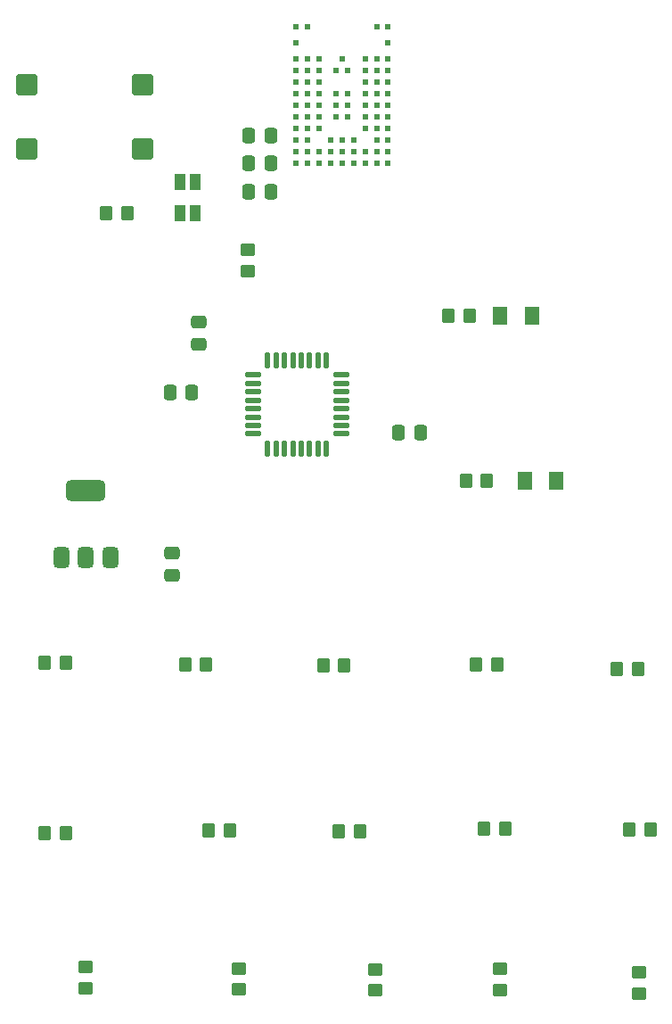
<source format=gbr>
%TF.GenerationSoftware,KiCad,Pcbnew,9.0.4*%
%TF.CreationDate,2025-10-22T08:41:29-05:00*%
%TF.ProjectId,RemoteControl,52656d6f-7465-4436-9f6e-74726f6c2e6b,rev?*%
%TF.SameCoordinates,Original*%
%TF.FileFunction,Paste,Top*%
%TF.FilePolarity,Positive*%
%FSLAX46Y46*%
G04 Gerber Fmt 4.6, Leading zero omitted, Abs format (unit mm)*
G04 Created by KiCad (PCBNEW 9.0.4) date 2025-10-22 08:41:29*
%MOMM*%
%LPD*%
G01*
G04 APERTURE LIST*
G04 Aperture macros list*
%AMRoundRect*
0 Rectangle with rounded corners*
0 $1 Rounding radius*
0 $2 $3 $4 $5 $6 $7 $8 $9 X,Y pos of 4 corners*
0 Add a 4 corners polygon primitive as box body*
4,1,4,$2,$3,$4,$5,$6,$7,$8,$9,$2,$3,0*
0 Add four circle primitives for the rounded corners*
1,1,$1+$1,$2,$3*
1,1,$1+$1,$4,$5*
1,1,$1+$1,$6,$7*
1,1,$1+$1,$8,$9*
0 Add four rect primitives between the rounded corners*
20,1,$1+$1,$2,$3,$4,$5,0*
20,1,$1+$1,$4,$5,$6,$7,0*
20,1,$1+$1,$6,$7,$8,$9,0*
20,1,$1+$1,$8,$9,$2,$3,0*%
G04 Aperture macros list end*
%ADD10RoundRect,0.250000X0.450000X-0.350000X0.450000X0.350000X-0.450000X0.350000X-0.450000X-0.350000X0*%
%ADD11RoundRect,0.250000X-0.350000X-0.450000X0.350000X-0.450000X0.350000X0.450000X-0.350000X0.450000X0*%
%ADD12RoundRect,0.250000X0.337500X0.475000X-0.337500X0.475000X-0.337500X-0.475000X0.337500X-0.475000X0*%
%ADD13RoundRect,0.125000X-0.625000X-0.125000X0.625000X-0.125000X0.625000X0.125000X-0.625000X0.125000X0*%
%ADD14RoundRect,0.125000X-0.125000X-0.625000X0.125000X-0.625000X0.125000X0.625000X-0.125000X0.625000X0*%
%ADD15R,1.100000X1.500000*%
%ADD16RoundRect,0.250000X0.350000X0.450000X-0.350000X0.450000X-0.350000X-0.450000X0.350000X-0.450000X0*%
%ADD17RoundRect,0.250001X0.462499X0.624999X-0.462499X0.624999X-0.462499X-0.624999X0.462499X-0.624999X0*%
%ADD18R,0.600000X0.600000*%
%ADD19RoundRect,0.250000X-0.450000X0.350000X-0.450000X-0.350000X0.450000X-0.350000X0.450000X0.350000X0*%
%ADD20RoundRect,0.250000X0.750000X0.750000X-0.750000X0.750000X-0.750000X-0.750000X0.750000X-0.750000X0*%
%ADD21RoundRect,0.375000X0.375000X-0.625000X0.375000X0.625000X-0.375000X0.625000X-0.375000X-0.625000X0*%
%ADD22RoundRect,0.500000X1.400000X-0.500000X1.400000X0.500000X-1.400000X0.500000X-1.400000X-0.500000X0*%
%ADD23RoundRect,0.250000X-0.475000X0.337500X-0.475000X-0.337500X0.475000X-0.337500X0.475000X0.337500X0*%
%ADD24RoundRect,0.250000X0.475000X-0.337500X0.475000X0.337500X-0.475000X0.337500X-0.475000X-0.337500X0*%
%ADD25RoundRect,0.250000X-0.337500X-0.475000X0.337500X-0.475000X0.337500X0.475000X-0.337500X0.475000X0*%
G04 APERTURE END LIST*
D10*
%TO.C,R4*%
X156660000Y-141070000D03*
X156660000Y-139070000D03*
%TD*%
%TO.C,R3*%
X118670000Y-140710000D03*
X118670000Y-138710000D03*
%TD*%
D11*
%TO.C,R19*%
X100235000Y-125857000D03*
X102235000Y-125857000D03*
%TD*%
D12*
%TO.C,C5*%
X121687500Y-59690000D03*
X119612500Y-59690000D03*
%TD*%
D13*
%TO.C,U1*%
X120021600Y-82372400D03*
X120021600Y-83172400D03*
X120021600Y-83972400D03*
X120021600Y-84772400D03*
X120021600Y-85572400D03*
X120021600Y-86372400D03*
X120021600Y-87172400D03*
X120021600Y-87972400D03*
D14*
X121396600Y-89347400D03*
X122196600Y-89347400D03*
X122996600Y-89347400D03*
X123796600Y-89347400D03*
X124596600Y-89347400D03*
X125396600Y-89347400D03*
X126196600Y-89347400D03*
X126996600Y-89347400D03*
D13*
X128371600Y-87972400D03*
X128371600Y-87172400D03*
X128371600Y-86372400D03*
X128371600Y-85572400D03*
X128371600Y-84772400D03*
X128371600Y-83972400D03*
X128371600Y-83172400D03*
X128371600Y-82372400D03*
D14*
X126996600Y-80997400D03*
X126196600Y-80997400D03*
X125396600Y-80997400D03*
X124596600Y-80997400D03*
X123796600Y-80997400D03*
X122996600Y-80997400D03*
X122196600Y-80997400D03*
X121396600Y-80997400D03*
%TD*%
D11*
%TO.C,R1*%
X138594700Y-76724600D03*
X140594700Y-76724600D03*
%TD*%
D10*
%TO.C,R2*%
X104130000Y-140590000D03*
X104130000Y-138590000D03*
%TD*%
D11*
%TO.C,R18*%
X100219000Y-109728000D03*
X102219000Y-109728000D03*
%TD*%
D15*
%TO.C,D4*%
X113042000Y-67032000D03*
X113042000Y-64032000D03*
X114542000Y-64032000D03*
X114542000Y-67032000D03*
%TD*%
D11*
%TO.C,R16*%
X113550000Y-109900000D03*
X115550000Y-109900000D03*
%TD*%
D12*
%TO.C,C7*%
X114202000Y-84074000D03*
X112127000Y-84074000D03*
%TD*%
D11*
%TO.C,R15*%
X154600000Y-110250000D03*
X156600000Y-110250000D03*
%TD*%
D16*
%TO.C,R11*%
X130159000Y-125704600D03*
X128159000Y-125704600D03*
%TD*%
D17*
%TO.C,D2*%
X148807500Y-92456000D03*
X145832500Y-92456000D03*
%TD*%
D12*
%TO.C,C4*%
X121687500Y-62320000D03*
X119612500Y-62320000D03*
%TD*%
D11*
%TO.C,R7*%
X106061000Y-67005200D03*
X108061000Y-67005200D03*
%TD*%
D18*
%TO.C,U3*%
X132850000Y-62267000D03*
X131750000Y-62267000D03*
X130650000Y-62267000D03*
X129550000Y-62267000D03*
X128450000Y-62267000D03*
X127350000Y-62267000D03*
X126250000Y-62267000D03*
X125150000Y-62267000D03*
X124050000Y-62267000D03*
X132850000Y-61167000D03*
X131750000Y-61167000D03*
X130650000Y-61167000D03*
X129550000Y-61167000D03*
X128450000Y-61167000D03*
X127350000Y-61167000D03*
X126250000Y-61167000D03*
X125150000Y-61167000D03*
X124050000Y-61167000D03*
X132850000Y-60067000D03*
X131750000Y-60067000D03*
X129550000Y-60067000D03*
X128450000Y-60067000D03*
X127350000Y-60067000D03*
X125150000Y-60067000D03*
X124050000Y-60067000D03*
X132850000Y-58967000D03*
X131750000Y-58967000D03*
X130650000Y-58967000D03*
X126250000Y-58967000D03*
X125150000Y-58967000D03*
X124050000Y-58967000D03*
X132850000Y-57867000D03*
X131750000Y-57867000D03*
X130650000Y-57867000D03*
X129000000Y-57867000D03*
X127900000Y-57867000D03*
X126250000Y-57867000D03*
X125150000Y-57867000D03*
X124050000Y-57867000D03*
X132850000Y-56767000D03*
X131750000Y-56767000D03*
X130650000Y-56767000D03*
X129000000Y-56767000D03*
X127900000Y-56767000D03*
X126250000Y-56767000D03*
X125150000Y-56767000D03*
X124050000Y-56767000D03*
X132850000Y-55667000D03*
X131750000Y-55667000D03*
X130650000Y-55667000D03*
X129000000Y-55667000D03*
X127900000Y-55667000D03*
X126250000Y-55667000D03*
X125150000Y-55667000D03*
X124050000Y-55667000D03*
X132850000Y-54567000D03*
X131750000Y-54567000D03*
X130650000Y-54567000D03*
X126250000Y-54567000D03*
X125150000Y-54567000D03*
X124050000Y-54567000D03*
X132850000Y-53467000D03*
X131750000Y-53467000D03*
X130650000Y-53467000D03*
X129000000Y-53467000D03*
X127900000Y-53467000D03*
X126250000Y-53467000D03*
X125150000Y-53467000D03*
X124050000Y-53467000D03*
X132850000Y-52367000D03*
X131750000Y-52367000D03*
X130650000Y-52367000D03*
X128450000Y-52367000D03*
X126250000Y-52367000D03*
X125150000Y-52367000D03*
X124050000Y-52367000D03*
X132850000Y-50867000D03*
X124050000Y-50867000D03*
X132850000Y-49367000D03*
X131750000Y-49367000D03*
X125150000Y-49367000D03*
X124050000Y-49367000D03*
%TD*%
D11*
%TO.C,R17*%
X115800000Y-125600000D03*
X117800000Y-125600000D03*
%TD*%
%TO.C,R8*%
X140224000Y-92456000D03*
X142224000Y-92456000D03*
%TD*%
D19*
%TO.C,R9*%
X119510000Y-70490000D03*
X119510000Y-72490000D03*
%TD*%
D20*
%TO.C,J1*%
X109500000Y-60960000D03*
X109500000Y-54810000D03*
X98500000Y-54810000D03*
X98500000Y-60960000D03*
%TD*%
D21*
%TO.C,U2*%
X101840000Y-99670000D03*
X104140000Y-99670000D03*
D22*
X104140000Y-93370000D03*
D21*
X106440000Y-99670000D03*
%TD*%
D11*
%TO.C,R10*%
X126700000Y-109950000D03*
X128700000Y-109950000D03*
%TD*%
D10*
%TO.C,R5*%
X143510000Y-140740000D03*
X143510000Y-138740000D03*
%TD*%
D16*
%TO.C,R14*%
X157750000Y-125500000D03*
X155750000Y-125500000D03*
%TD*%
D12*
%TO.C,C3*%
X121687500Y-64950000D03*
X119612500Y-64950000D03*
%TD*%
D17*
%TO.C,D1*%
X146487500Y-76750000D03*
X143512500Y-76750000D03*
%TD*%
D11*
%TO.C,R12*%
X141200000Y-109900000D03*
X143200000Y-109900000D03*
%TD*%
D23*
%TO.C,C2*%
X112350000Y-99312500D03*
X112350000Y-101387500D03*
%TD*%
D10*
%TO.C,R6*%
X131630000Y-140780000D03*
X131630000Y-138780000D03*
%TD*%
D24*
%TO.C,C1*%
X114830000Y-79457500D03*
X114830000Y-77382500D03*
%TD*%
D16*
%TO.C,R13*%
X143950000Y-125450000D03*
X141950000Y-125450000D03*
%TD*%
D25*
%TO.C,C6*%
X133836500Y-87884000D03*
X135911500Y-87884000D03*
%TD*%
M02*

</source>
